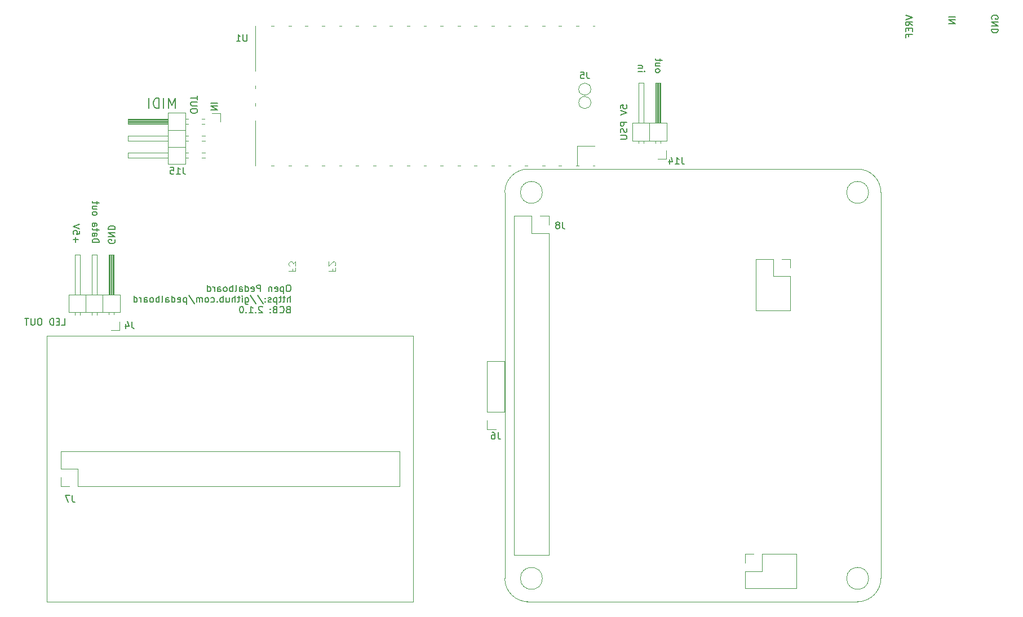
<source format=gbo>
G04 #@! TF.GenerationSoftware,KiCad,Pcbnew,7.0.7-7.0.7~ubuntu23.04.1*
G04 #@! TF.CreationDate,2023-09-10T12:49:34+00:00*
G04 #@! TF.ProjectId,pedalboard-hw,70656461-6c62-46f6-9172-642d68772e6b,2.1.0*
G04 #@! TF.SameCoordinates,Original*
G04 #@! TF.FileFunction,Legend,Bot*
G04 #@! TF.FilePolarity,Positive*
%FSLAX46Y46*%
G04 Gerber Fmt 4.6, Leading zero omitted, Abs format (unit mm)*
G04 Created by KiCad (PCBNEW 7.0.7-7.0.7~ubuntu23.04.1) date 2023-09-10 12:49:34*
%MOMM*%
%LPD*%
G01*
G04 APERTURE LIST*
%ADD10C,0.150000*%
%ADD11C,0.100000*%
%ADD12C,0.120000*%
G04 APERTURE END LIST*
D10*
X56403761Y-70615011D02*
X56451380Y-70710249D01*
X56451380Y-70710249D02*
X56451380Y-70853106D01*
X56451380Y-70853106D02*
X56403761Y-70995963D01*
X56403761Y-70995963D02*
X56308523Y-71091201D01*
X56308523Y-71091201D02*
X56213285Y-71138820D01*
X56213285Y-71138820D02*
X56022809Y-71186439D01*
X56022809Y-71186439D02*
X55879952Y-71186439D01*
X55879952Y-71186439D02*
X55689476Y-71138820D01*
X55689476Y-71138820D02*
X55594238Y-71091201D01*
X55594238Y-71091201D02*
X55499000Y-70995963D01*
X55499000Y-70995963D02*
X55451380Y-70853106D01*
X55451380Y-70853106D02*
X55451380Y-70757868D01*
X55451380Y-70757868D02*
X55499000Y-70615011D01*
X55499000Y-70615011D02*
X55546619Y-70567392D01*
X55546619Y-70567392D02*
X55879952Y-70567392D01*
X55879952Y-70567392D02*
X55879952Y-70757868D01*
X55451380Y-70138820D02*
X56451380Y-70138820D01*
X56451380Y-70138820D02*
X55451380Y-69567392D01*
X55451380Y-69567392D02*
X56451380Y-69567392D01*
X55451380Y-69091201D02*
X56451380Y-69091201D01*
X56451380Y-69091201D02*
X56451380Y-68853106D01*
X56451380Y-68853106D02*
X56403761Y-68710249D01*
X56403761Y-68710249D02*
X56308523Y-68615011D01*
X56308523Y-68615011D02*
X56213285Y-68567392D01*
X56213285Y-68567392D02*
X56022809Y-68519773D01*
X56022809Y-68519773D02*
X55879952Y-68519773D01*
X55879952Y-68519773D02*
X55689476Y-68567392D01*
X55689476Y-68567392D02*
X55594238Y-68615011D01*
X55594238Y-68615011D02*
X55499000Y-68710249D01*
X55499000Y-68710249D02*
X55451380Y-68853106D01*
X55451380Y-68853106D02*
X55451380Y-69091201D01*
X53012980Y-71037220D02*
X54012980Y-71037220D01*
X54012980Y-71037220D02*
X54012980Y-70799125D01*
X54012980Y-70799125D02*
X53965361Y-70656268D01*
X53965361Y-70656268D02*
X53870123Y-70561030D01*
X53870123Y-70561030D02*
X53774885Y-70513411D01*
X53774885Y-70513411D02*
X53584409Y-70465792D01*
X53584409Y-70465792D02*
X53441552Y-70465792D01*
X53441552Y-70465792D02*
X53251076Y-70513411D01*
X53251076Y-70513411D02*
X53155838Y-70561030D01*
X53155838Y-70561030D02*
X53060600Y-70656268D01*
X53060600Y-70656268D02*
X53012980Y-70799125D01*
X53012980Y-70799125D02*
X53012980Y-71037220D01*
X53012980Y-69608649D02*
X53536790Y-69608649D01*
X53536790Y-69608649D02*
X53632028Y-69656268D01*
X53632028Y-69656268D02*
X53679647Y-69751506D01*
X53679647Y-69751506D02*
X53679647Y-69941982D01*
X53679647Y-69941982D02*
X53632028Y-70037220D01*
X53060600Y-69608649D02*
X53012980Y-69703887D01*
X53012980Y-69703887D02*
X53012980Y-69941982D01*
X53012980Y-69941982D02*
X53060600Y-70037220D01*
X53060600Y-70037220D02*
X53155838Y-70084839D01*
X53155838Y-70084839D02*
X53251076Y-70084839D01*
X53251076Y-70084839D02*
X53346314Y-70037220D01*
X53346314Y-70037220D02*
X53393933Y-69941982D01*
X53393933Y-69941982D02*
X53393933Y-69703887D01*
X53393933Y-69703887D02*
X53441552Y-69608649D01*
X53679647Y-69275315D02*
X53679647Y-68894363D01*
X54012980Y-69132458D02*
X53155838Y-69132458D01*
X53155838Y-69132458D02*
X53060600Y-69084839D01*
X53060600Y-69084839D02*
X53012980Y-68989601D01*
X53012980Y-68989601D02*
X53012980Y-68894363D01*
X53012980Y-68132458D02*
X53536790Y-68132458D01*
X53536790Y-68132458D02*
X53632028Y-68180077D01*
X53632028Y-68180077D02*
X53679647Y-68275315D01*
X53679647Y-68275315D02*
X53679647Y-68465791D01*
X53679647Y-68465791D02*
X53632028Y-68561029D01*
X53060600Y-68132458D02*
X53012980Y-68227696D01*
X53012980Y-68227696D02*
X53012980Y-68465791D01*
X53012980Y-68465791D02*
X53060600Y-68561029D01*
X53060600Y-68561029D02*
X53155838Y-68608648D01*
X53155838Y-68608648D02*
X53251076Y-68608648D01*
X53251076Y-68608648D02*
X53346314Y-68561029D01*
X53346314Y-68561029D02*
X53393933Y-68465791D01*
X53393933Y-68465791D02*
X53393933Y-68227696D01*
X53393933Y-68227696D02*
X53441552Y-68132458D01*
X53012980Y-66751505D02*
X53060600Y-66846743D01*
X53060600Y-66846743D02*
X53108219Y-66894362D01*
X53108219Y-66894362D02*
X53203457Y-66941981D01*
X53203457Y-66941981D02*
X53489171Y-66941981D01*
X53489171Y-66941981D02*
X53584409Y-66894362D01*
X53584409Y-66894362D02*
X53632028Y-66846743D01*
X53632028Y-66846743D02*
X53679647Y-66751505D01*
X53679647Y-66751505D02*
X53679647Y-66608648D01*
X53679647Y-66608648D02*
X53632028Y-66513410D01*
X53632028Y-66513410D02*
X53584409Y-66465791D01*
X53584409Y-66465791D02*
X53489171Y-66418172D01*
X53489171Y-66418172D02*
X53203457Y-66418172D01*
X53203457Y-66418172D02*
X53108219Y-66465791D01*
X53108219Y-66465791D02*
X53060600Y-66513410D01*
X53060600Y-66513410D02*
X53012980Y-66608648D01*
X53012980Y-66608648D02*
X53012980Y-66751505D01*
X53679647Y-65561029D02*
X53012980Y-65561029D01*
X53679647Y-65989600D02*
X53155838Y-65989600D01*
X53155838Y-65989600D02*
X53060600Y-65941981D01*
X53060600Y-65941981D02*
X53012980Y-65846743D01*
X53012980Y-65846743D02*
X53012980Y-65703886D01*
X53012980Y-65703886D02*
X53060600Y-65608648D01*
X53060600Y-65608648D02*
X53108219Y-65561029D01*
X53679647Y-65227695D02*
X53679647Y-64846743D01*
X54012980Y-65084838D02*
X53155838Y-65084838D01*
X53155838Y-65084838D02*
X53060600Y-65037219D01*
X53060600Y-65037219D02*
X53012980Y-64941981D01*
X53012980Y-64941981D02*
X53012980Y-64846743D01*
X71802619Y-50069979D02*
X70802619Y-50069979D01*
X71802619Y-50546169D02*
X70802619Y-50546169D01*
X70802619Y-50546169D02*
X71802619Y-51117597D01*
X71802619Y-51117597D02*
X70802619Y-51117597D01*
X188147438Y-37436588D02*
X188099819Y-37341350D01*
X188099819Y-37341350D02*
X188099819Y-37198493D01*
X188099819Y-37198493D02*
X188147438Y-37055636D01*
X188147438Y-37055636D02*
X188242676Y-36960398D01*
X188242676Y-36960398D02*
X188337914Y-36912779D01*
X188337914Y-36912779D02*
X188528390Y-36865160D01*
X188528390Y-36865160D02*
X188671247Y-36865160D01*
X188671247Y-36865160D02*
X188861723Y-36912779D01*
X188861723Y-36912779D02*
X188956961Y-36960398D01*
X188956961Y-36960398D02*
X189052200Y-37055636D01*
X189052200Y-37055636D02*
X189099819Y-37198493D01*
X189099819Y-37198493D02*
X189099819Y-37293731D01*
X189099819Y-37293731D02*
X189052200Y-37436588D01*
X189052200Y-37436588D02*
X189004580Y-37484207D01*
X189004580Y-37484207D02*
X188671247Y-37484207D01*
X188671247Y-37484207D02*
X188671247Y-37293731D01*
X189099819Y-37912779D02*
X188099819Y-37912779D01*
X188099819Y-37912779D02*
X189099819Y-38484207D01*
X189099819Y-38484207D02*
X188099819Y-38484207D01*
X189099819Y-38960398D02*
X188099819Y-38960398D01*
X188099819Y-38960398D02*
X188099819Y-39198493D01*
X188099819Y-39198493D02*
X188147438Y-39341350D01*
X188147438Y-39341350D02*
X188242676Y-39436588D01*
X188242676Y-39436588D02*
X188337914Y-39484207D01*
X188337914Y-39484207D02*
X188528390Y-39531826D01*
X188528390Y-39531826D02*
X188671247Y-39531826D01*
X188671247Y-39531826D02*
X188861723Y-39484207D01*
X188861723Y-39484207D02*
X188956961Y-39436588D01*
X188956961Y-39436588D02*
X189052200Y-39341350D01*
X189052200Y-39341350D02*
X189099819Y-39198493D01*
X189099819Y-39198493D02*
X189099819Y-38960398D01*
X132329819Y-50872969D02*
X132329819Y-50396779D01*
X132329819Y-50396779D02*
X132806009Y-50349160D01*
X132806009Y-50349160D02*
X132758390Y-50396779D01*
X132758390Y-50396779D02*
X132710771Y-50492017D01*
X132710771Y-50492017D02*
X132710771Y-50730112D01*
X132710771Y-50730112D02*
X132758390Y-50825350D01*
X132758390Y-50825350D02*
X132806009Y-50872969D01*
X132806009Y-50872969D02*
X132901247Y-50920588D01*
X132901247Y-50920588D02*
X133139342Y-50920588D01*
X133139342Y-50920588D02*
X133234580Y-50872969D01*
X133234580Y-50872969D02*
X133282200Y-50825350D01*
X133282200Y-50825350D02*
X133329819Y-50730112D01*
X133329819Y-50730112D02*
X133329819Y-50492017D01*
X133329819Y-50492017D02*
X133282200Y-50396779D01*
X133282200Y-50396779D02*
X133234580Y-50349160D01*
X132329819Y-51206303D02*
X133329819Y-51539636D01*
X133329819Y-51539636D02*
X132329819Y-51872969D01*
X133329819Y-52968208D02*
X132329819Y-52968208D01*
X132329819Y-52968208D02*
X132329819Y-53349160D01*
X132329819Y-53349160D02*
X132377438Y-53444398D01*
X132377438Y-53444398D02*
X132425057Y-53492017D01*
X132425057Y-53492017D02*
X132520295Y-53539636D01*
X132520295Y-53539636D02*
X132663152Y-53539636D01*
X132663152Y-53539636D02*
X132758390Y-53492017D01*
X132758390Y-53492017D02*
X132806009Y-53444398D01*
X132806009Y-53444398D02*
X132853628Y-53349160D01*
X132853628Y-53349160D02*
X132853628Y-52968208D01*
X133282200Y-53920589D02*
X133329819Y-54063446D01*
X133329819Y-54063446D02*
X133329819Y-54301541D01*
X133329819Y-54301541D02*
X133282200Y-54396779D01*
X133282200Y-54396779D02*
X133234580Y-54444398D01*
X133234580Y-54444398D02*
X133139342Y-54492017D01*
X133139342Y-54492017D02*
X133044104Y-54492017D01*
X133044104Y-54492017D02*
X132948866Y-54444398D01*
X132948866Y-54444398D02*
X132901247Y-54396779D01*
X132901247Y-54396779D02*
X132853628Y-54301541D01*
X132853628Y-54301541D02*
X132806009Y-54111065D01*
X132806009Y-54111065D02*
X132758390Y-54015827D01*
X132758390Y-54015827D02*
X132710771Y-53968208D01*
X132710771Y-53968208D02*
X132615533Y-53920589D01*
X132615533Y-53920589D02*
X132520295Y-53920589D01*
X132520295Y-53920589D02*
X132425057Y-53968208D01*
X132425057Y-53968208D02*
X132377438Y-54015827D01*
X132377438Y-54015827D02*
X132329819Y-54111065D01*
X132329819Y-54111065D02*
X132329819Y-54349160D01*
X132329819Y-54349160D02*
X132377438Y-54492017D01*
X132329819Y-54920589D02*
X133139342Y-54920589D01*
X133139342Y-54920589D02*
X133234580Y-54968208D01*
X133234580Y-54968208D02*
X133282200Y-55015827D01*
X133282200Y-55015827D02*
X133329819Y-55111065D01*
X133329819Y-55111065D02*
X133329819Y-55301541D01*
X133329819Y-55301541D02*
X133282200Y-55396779D01*
X133282200Y-55396779D02*
X133234580Y-55444398D01*
X133234580Y-55444398D02*
X133139342Y-55492017D01*
X133139342Y-55492017D02*
X132329819Y-55492017D01*
X82572744Y-77399819D02*
X82382268Y-77399819D01*
X82382268Y-77399819D02*
X82287030Y-77447438D01*
X82287030Y-77447438D02*
X82191792Y-77542676D01*
X82191792Y-77542676D02*
X82144173Y-77733152D01*
X82144173Y-77733152D02*
X82144173Y-78066485D01*
X82144173Y-78066485D02*
X82191792Y-78256961D01*
X82191792Y-78256961D02*
X82287030Y-78352200D01*
X82287030Y-78352200D02*
X82382268Y-78399819D01*
X82382268Y-78399819D02*
X82572744Y-78399819D01*
X82572744Y-78399819D02*
X82667982Y-78352200D01*
X82667982Y-78352200D02*
X82763220Y-78256961D01*
X82763220Y-78256961D02*
X82810839Y-78066485D01*
X82810839Y-78066485D02*
X82810839Y-77733152D01*
X82810839Y-77733152D02*
X82763220Y-77542676D01*
X82763220Y-77542676D02*
X82667982Y-77447438D01*
X82667982Y-77447438D02*
X82572744Y-77399819D01*
X81715601Y-77733152D02*
X81715601Y-78733152D01*
X81715601Y-77780771D02*
X81620363Y-77733152D01*
X81620363Y-77733152D02*
X81429887Y-77733152D01*
X81429887Y-77733152D02*
X81334649Y-77780771D01*
X81334649Y-77780771D02*
X81287030Y-77828390D01*
X81287030Y-77828390D02*
X81239411Y-77923628D01*
X81239411Y-77923628D02*
X81239411Y-78209342D01*
X81239411Y-78209342D02*
X81287030Y-78304580D01*
X81287030Y-78304580D02*
X81334649Y-78352200D01*
X81334649Y-78352200D02*
X81429887Y-78399819D01*
X81429887Y-78399819D02*
X81620363Y-78399819D01*
X81620363Y-78399819D02*
X81715601Y-78352200D01*
X80429887Y-78352200D02*
X80525125Y-78399819D01*
X80525125Y-78399819D02*
X80715601Y-78399819D01*
X80715601Y-78399819D02*
X80810839Y-78352200D01*
X80810839Y-78352200D02*
X80858458Y-78256961D01*
X80858458Y-78256961D02*
X80858458Y-77876009D01*
X80858458Y-77876009D02*
X80810839Y-77780771D01*
X80810839Y-77780771D02*
X80715601Y-77733152D01*
X80715601Y-77733152D02*
X80525125Y-77733152D01*
X80525125Y-77733152D02*
X80429887Y-77780771D01*
X80429887Y-77780771D02*
X80382268Y-77876009D01*
X80382268Y-77876009D02*
X80382268Y-77971247D01*
X80382268Y-77971247D02*
X80858458Y-78066485D01*
X79953696Y-77733152D02*
X79953696Y-78399819D01*
X79953696Y-77828390D02*
X79906077Y-77780771D01*
X79906077Y-77780771D02*
X79810839Y-77733152D01*
X79810839Y-77733152D02*
X79667982Y-77733152D01*
X79667982Y-77733152D02*
X79572744Y-77780771D01*
X79572744Y-77780771D02*
X79525125Y-77876009D01*
X79525125Y-77876009D02*
X79525125Y-78399819D01*
X78287029Y-78399819D02*
X78287029Y-77399819D01*
X78287029Y-77399819D02*
X77906077Y-77399819D01*
X77906077Y-77399819D02*
X77810839Y-77447438D01*
X77810839Y-77447438D02*
X77763220Y-77495057D01*
X77763220Y-77495057D02*
X77715601Y-77590295D01*
X77715601Y-77590295D02*
X77715601Y-77733152D01*
X77715601Y-77733152D02*
X77763220Y-77828390D01*
X77763220Y-77828390D02*
X77810839Y-77876009D01*
X77810839Y-77876009D02*
X77906077Y-77923628D01*
X77906077Y-77923628D02*
X78287029Y-77923628D01*
X76906077Y-78352200D02*
X77001315Y-78399819D01*
X77001315Y-78399819D02*
X77191791Y-78399819D01*
X77191791Y-78399819D02*
X77287029Y-78352200D01*
X77287029Y-78352200D02*
X77334648Y-78256961D01*
X77334648Y-78256961D02*
X77334648Y-77876009D01*
X77334648Y-77876009D02*
X77287029Y-77780771D01*
X77287029Y-77780771D02*
X77191791Y-77733152D01*
X77191791Y-77733152D02*
X77001315Y-77733152D01*
X77001315Y-77733152D02*
X76906077Y-77780771D01*
X76906077Y-77780771D02*
X76858458Y-77876009D01*
X76858458Y-77876009D02*
X76858458Y-77971247D01*
X76858458Y-77971247D02*
X77334648Y-78066485D01*
X76001315Y-78399819D02*
X76001315Y-77399819D01*
X76001315Y-78352200D02*
X76096553Y-78399819D01*
X76096553Y-78399819D02*
X76287029Y-78399819D01*
X76287029Y-78399819D02*
X76382267Y-78352200D01*
X76382267Y-78352200D02*
X76429886Y-78304580D01*
X76429886Y-78304580D02*
X76477505Y-78209342D01*
X76477505Y-78209342D02*
X76477505Y-77923628D01*
X76477505Y-77923628D02*
X76429886Y-77828390D01*
X76429886Y-77828390D02*
X76382267Y-77780771D01*
X76382267Y-77780771D02*
X76287029Y-77733152D01*
X76287029Y-77733152D02*
X76096553Y-77733152D01*
X76096553Y-77733152D02*
X76001315Y-77780771D01*
X75096553Y-78399819D02*
X75096553Y-77876009D01*
X75096553Y-77876009D02*
X75144172Y-77780771D01*
X75144172Y-77780771D02*
X75239410Y-77733152D01*
X75239410Y-77733152D02*
X75429886Y-77733152D01*
X75429886Y-77733152D02*
X75525124Y-77780771D01*
X75096553Y-78352200D02*
X75191791Y-78399819D01*
X75191791Y-78399819D02*
X75429886Y-78399819D01*
X75429886Y-78399819D02*
X75525124Y-78352200D01*
X75525124Y-78352200D02*
X75572743Y-78256961D01*
X75572743Y-78256961D02*
X75572743Y-78161723D01*
X75572743Y-78161723D02*
X75525124Y-78066485D01*
X75525124Y-78066485D02*
X75429886Y-78018866D01*
X75429886Y-78018866D02*
X75191791Y-78018866D01*
X75191791Y-78018866D02*
X75096553Y-77971247D01*
X74477505Y-78399819D02*
X74572743Y-78352200D01*
X74572743Y-78352200D02*
X74620362Y-78256961D01*
X74620362Y-78256961D02*
X74620362Y-77399819D01*
X74096552Y-78399819D02*
X74096552Y-77399819D01*
X74096552Y-77780771D02*
X74001314Y-77733152D01*
X74001314Y-77733152D02*
X73810838Y-77733152D01*
X73810838Y-77733152D02*
X73715600Y-77780771D01*
X73715600Y-77780771D02*
X73667981Y-77828390D01*
X73667981Y-77828390D02*
X73620362Y-77923628D01*
X73620362Y-77923628D02*
X73620362Y-78209342D01*
X73620362Y-78209342D02*
X73667981Y-78304580D01*
X73667981Y-78304580D02*
X73715600Y-78352200D01*
X73715600Y-78352200D02*
X73810838Y-78399819D01*
X73810838Y-78399819D02*
X74001314Y-78399819D01*
X74001314Y-78399819D02*
X74096552Y-78352200D01*
X73048933Y-78399819D02*
X73144171Y-78352200D01*
X73144171Y-78352200D02*
X73191790Y-78304580D01*
X73191790Y-78304580D02*
X73239409Y-78209342D01*
X73239409Y-78209342D02*
X73239409Y-77923628D01*
X73239409Y-77923628D02*
X73191790Y-77828390D01*
X73191790Y-77828390D02*
X73144171Y-77780771D01*
X73144171Y-77780771D02*
X73048933Y-77733152D01*
X73048933Y-77733152D02*
X72906076Y-77733152D01*
X72906076Y-77733152D02*
X72810838Y-77780771D01*
X72810838Y-77780771D02*
X72763219Y-77828390D01*
X72763219Y-77828390D02*
X72715600Y-77923628D01*
X72715600Y-77923628D02*
X72715600Y-78209342D01*
X72715600Y-78209342D02*
X72763219Y-78304580D01*
X72763219Y-78304580D02*
X72810838Y-78352200D01*
X72810838Y-78352200D02*
X72906076Y-78399819D01*
X72906076Y-78399819D02*
X73048933Y-78399819D01*
X71858457Y-78399819D02*
X71858457Y-77876009D01*
X71858457Y-77876009D02*
X71906076Y-77780771D01*
X71906076Y-77780771D02*
X72001314Y-77733152D01*
X72001314Y-77733152D02*
X72191790Y-77733152D01*
X72191790Y-77733152D02*
X72287028Y-77780771D01*
X71858457Y-78352200D02*
X71953695Y-78399819D01*
X71953695Y-78399819D02*
X72191790Y-78399819D01*
X72191790Y-78399819D02*
X72287028Y-78352200D01*
X72287028Y-78352200D02*
X72334647Y-78256961D01*
X72334647Y-78256961D02*
X72334647Y-78161723D01*
X72334647Y-78161723D02*
X72287028Y-78066485D01*
X72287028Y-78066485D02*
X72191790Y-78018866D01*
X72191790Y-78018866D02*
X71953695Y-78018866D01*
X71953695Y-78018866D02*
X71858457Y-77971247D01*
X71382266Y-78399819D02*
X71382266Y-77733152D01*
X71382266Y-77923628D02*
X71334647Y-77828390D01*
X71334647Y-77828390D02*
X71287028Y-77780771D01*
X71287028Y-77780771D02*
X71191790Y-77733152D01*
X71191790Y-77733152D02*
X71096552Y-77733152D01*
X70334647Y-78399819D02*
X70334647Y-77399819D01*
X70334647Y-78352200D02*
X70429885Y-78399819D01*
X70429885Y-78399819D02*
X70620361Y-78399819D01*
X70620361Y-78399819D02*
X70715599Y-78352200D01*
X70715599Y-78352200D02*
X70763218Y-78304580D01*
X70763218Y-78304580D02*
X70810837Y-78209342D01*
X70810837Y-78209342D02*
X70810837Y-77923628D01*
X70810837Y-77923628D02*
X70763218Y-77828390D01*
X70763218Y-77828390D02*
X70715599Y-77780771D01*
X70715599Y-77780771D02*
X70620361Y-77733152D01*
X70620361Y-77733152D02*
X70429885Y-77733152D01*
X70429885Y-77733152D02*
X70334647Y-77780771D01*
X82763220Y-80009819D02*
X82763220Y-79009819D01*
X82334649Y-80009819D02*
X82334649Y-79486009D01*
X82334649Y-79486009D02*
X82382268Y-79390771D01*
X82382268Y-79390771D02*
X82477506Y-79343152D01*
X82477506Y-79343152D02*
X82620363Y-79343152D01*
X82620363Y-79343152D02*
X82715601Y-79390771D01*
X82715601Y-79390771D02*
X82763220Y-79438390D01*
X82001315Y-79343152D02*
X81620363Y-79343152D01*
X81858458Y-79009819D02*
X81858458Y-79866961D01*
X81858458Y-79866961D02*
X81810839Y-79962200D01*
X81810839Y-79962200D02*
X81715601Y-80009819D01*
X81715601Y-80009819D02*
X81620363Y-80009819D01*
X81429886Y-79343152D02*
X81048934Y-79343152D01*
X81287029Y-79009819D02*
X81287029Y-79866961D01*
X81287029Y-79866961D02*
X81239410Y-79962200D01*
X81239410Y-79962200D02*
X81144172Y-80009819D01*
X81144172Y-80009819D02*
X81048934Y-80009819D01*
X80715600Y-79343152D02*
X80715600Y-80343152D01*
X80715600Y-79390771D02*
X80620362Y-79343152D01*
X80620362Y-79343152D02*
X80429886Y-79343152D01*
X80429886Y-79343152D02*
X80334648Y-79390771D01*
X80334648Y-79390771D02*
X80287029Y-79438390D01*
X80287029Y-79438390D02*
X80239410Y-79533628D01*
X80239410Y-79533628D02*
X80239410Y-79819342D01*
X80239410Y-79819342D02*
X80287029Y-79914580D01*
X80287029Y-79914580D02*
X80334648Y-79962200D01*
X80334648Y-79962200D02*
X80429886Y-80009819D01*
X80429886Y-80009819D02*
X80620362Y-80009819D01*
X80620362Y-80009819D02*
X80715600Y-79962200D01*
X79858457Y-79962200D02*
X79763219Y-80009819D01*
X79763219Y-80009819D02*
X79572743Y-80009819D01*
X79572743Y-80009819D02*
X79477505Y-79962200D01*
X79477505Y-79962200D02*
X79429886Y-79866961D01*
X79429886Y-79866961D02*
X79429886Y-79819342D01*
X79429886Y-79819342D02*
X79477505Y-79724104D01*
X79477505Y-79724104D02*
X79572743Y-79676485D01*
X79572743Y-79676485D02*
X79715600Y-79676485D01*
X79715600Y-79676485D02*
X79810838Y-79628866D01*
X79810838Y-79628866D02*
X79858457Y-79533628D01*
X79858457Y-79533628D02*
X79858457Y-79486009D01*
X79858457Y-79486009D02*
X79810838Y-79390771D01*
X79810838Y-79390771D02*
X79715600Y-79343152D01*
X79715600Y-79343152D02*
X79572743Y-79343152D01*
X79572743Y-79343152D02*
X79477505Y-79390771D01*
X79001314Y-79914580D02*
X78953695Y-79962200D01*
X78953695Y-79962200D02*
X79001314Y-80009819D01*
X79001314Y-80009819D02*
X79048933Y-79962200D01*
X79048933Y-79962200D02*
X79001314Y-79914580D01*
X79001314Y-79914580D02*
X79001314Y-80009819D01*
X79001314Y-79390771D02*
X78953695Y-79438390D01*
X78953695Y-79438390D02*
X79001314Y-79486009D01*
X79001314Y-79486009D02*
X79048933Y-79438390D01*
X79048933Y-79438390D02*
X79001314Y-79390771D01*
X79001314Y-79390771D02*
X79001314Y-79486009D01*
X77810839Y-78962200D02*
X78667981Y-80247914D01*
X76763220Y-78962200D02*
X77620362Y-80247914D01*
X76001315Y-79343152D02*
X76001315Y-80152676D01*
X76001315Y-80152676D02*
X76048934Y-80247914D01*
X76048934Y-80247914D02*
X76096553Y-80295533D01*
X76096553Y-80295533D02*
X76191791Y-80343152D01*
X76191791Y-80343152D02*
X76334648Y-80343152D01*
X76334648Y-80343152D02*
X76429886Y-80295533D01*
X76001315Y-79962200D02*
X76096553Y-80009819D01*
X76096553Y-80009819D02*
X76287029Y-80009819D01*
X76287029Y-80009819D02*
X76382267Y-79962200D01*
X76382267Y-79962200D02*
X76429886Y-79914580D01*
X76429886Y-79914580D02*
X76477505Y-79819342D01*
X76477505Y-79819342D02*
X76477505Y-79533628D01*
X76477505Y-79533628D02*
X76429886Y-79438390D01*
X76429886Y-79438390D02*
X76382267Y-79390771D01*
X76382267Y-79390771D02*
X76287029Y-79343152D01*
X76287029Y-79343152D02*
X76096553Y-79343152D01*
X76096553Y-79343152D02*
X76001315Y-79390771D01*
X75525124Y-80009819D02*
X75525124Y-79343152D01*
X75525124Y-79009819D02*
X75572743Y-79057438D01*
X75572743Y-79057438D02*
X75525124Y-79105057D01*
X75525124Y-79105057D02*
X75477505Y-79057438D01*
X75477505Y-79057438D02*
X75525124Y-79009819D01*
X75525124Y-79009819D02*
X75525124Y-79105057D01*
X75191791Y-79343152D02*
X74810839Y-79343152D01*
X75048934Y-79009819D02*
X75048934Y-79866961D01*
X75048934Y-79866961D02*
X75001315Y-79962200D01*
X75001315Y-79962200D02*
X74906077Y-80009819D01*
X74906077Y-80009819D02*
X74810839Y-80009819D01*
X74477505Y-80009819D02*
X74477505Y-79009819D01*
X74048934Y-80009819D02*
X74048934Y-79486009D01*
X74048934Y-79486009D02*
X74096553Y-79390771D01*
X74096553Y-79390771D02*
X74191791Y-79343152D01*
X74191791Y-79343152D02*
X74334648Y-79343152D01*
X74334648Y-79343152D02*
X74429886Y-79390771D01*
X74429886Y-79390771D02*
X74477505Y-79438390D01*
X73144172Y-79343152D02*
X73144172Y-80009819D01*
X73572743Y-79343152D02*
X73572743Y-79866961D01*
X73572743Y-79866961D02*
X73525124Y-79962200D01*
X73525124Y-79962200D02*
X73429886Y-80009819D01*
X73429886Y-80009819D02*
X73287029Y-80009819D01*
X73287029Y-80009819D02*
X73191791Y-79962200D01*
X73191791Y-79962200D02*
X73144172Y-79914580D01*
X72667981Y-80009819D02*
X72667981Y-79009819D01*
X72667981Y-79390771D02*
X72572743Y-79343152D01*
X72572743Y-79343152D02*
X72382267Y-79343152D01*
X72382267Y-79343152D02*
X72287029Y-79390771D01*
X72287029Y-79390771D02*
X72239410Y-79438390D01*
X72239410Y-79438390D02*
X72191791Y-79533628D01*
X72191791Y-79533628D02*
X72191791Y-79819342D01*
X72191791Y-79819342D02*
X72239410Y-79914580D01*
X72239410Y-79914580D02*
X72287029Y-79962200D01*
X72287029Y-79962200D02*
X72382267Y-80009819D01*
X72382267Y-80009819D02*
X72572743Y-80009819D01*
X72572743Y-80009819D02*
X72667981Y-79962200D01*
X71763219Y-79914580D02*
X71715600Y-79962200D01*
X71715600Y-79962200D02*
X71763219Y-80009819D01*
X71763219Y-80009819D02*
X71810838Y-79962200D01*
X71810838Y-79962200D02*
X71763219Y-79914580D01*
X71763219Y-79914580D02*
X71763219Y-80009819D01*
X70858458Y-79962200D02*
X70953696Y-80009819D01*
X70953696Y-80009819D02*
X71144172Y-80009819D01*
X71144172Y-80009819D02*
X71239410Y-79962200D01*
X71239410Y-79962200D02*
X71287029Y-79914580D01*
X71287029Y-79914580D02*
X71334648Y-79819342D01*
X71334648Y-79819342D02*
X71334648Y-79533628D01*
X71334648Y-79533628D02*
X71287029Y-79438390D01*
X71287029Y-79438390D02*
X71239410Y-79390771D01*
X71239410Y-79390771D02*
X71144172Y-79343152D01*
X71144172Y-79343152D02*
X70953696Y-79343152D01*
X70953696Y-79343152D02*
X70858458Y-79390771D01*
X70287029Y-80009819D02*
X70382267Y-79962200D01*
X70382267Y-79962200D02*
X70429886Y-79914580D01*
X70429886Y-79914580D02*
X70477505Y-79819342D01*
X70477505Y-79819342D02*
X70477505Y-79533628D01*
X70477505Y-79533628D02*
X70429886Y-79438390D01*
X70429886Y-79438390D02*
X70382267Y-79390771D01*
X70382267Y-79390771D02*
X70287029Y-79343152D01*
X70287029Y-79343152D02*
X70144172Y-79343152D01*
X70144172Y-79343152D02*
X70048934Y-79390771D01*
X70048934Y-79390771D02*
X70001315Y-79438390D01*
X70001315Y-79438390D02*
X69953696Y-79533628D01*
X69953696Y-79533628D02*
X69953696Y-79819342D01*
X69953696Y-79819342D02*
X70001315Y-79914580D01*
X70001315Y-79914580D02*
X70048934Y-79962200D01*
X70048934Y-79962200D02*
X70144172Y-80009819D01*
X70144172Y-80009819D02*
X70287029Y-80009819D01*
X69525124Y-80009819D02*
X69525124Y-79343152D01*
X69525124Y-79438390D02*
X69477505Y-79390771D01*
X69477505Y-79390771D02*
X69382267Y-79343152D01*
X69382267Y-79343152D02*
X69239410Y-79343152D01*
X69239410Y-79343152D02*
X69144172Y-79390771D01*
X69144172Y-79390771D02*
X69096553Y-79486009D01*
X69096553Y-79486009D02*
X69096553Y-80009819D01*
X69096553Y-79486009D02*
X69048934Y-79390771D01*
X69048934Y-79390771D02*
X68953696Y-79343152D01*
X68953696Y-79343152D02*
X68810839Y-79343152D01*
X68810839Y-79343152D02*
X68715600Y-79390771D01*
X68715600Y-79390771D02*
X68667981Y-79486009D01*
X68667981Y-79486009D02*
X68667981Y-80009819D01*
X67477506Y-78962200D02*
X68334648Y-80247914D01*
X67144172Y-79343152D02*
X67144172Y-80343152D01*
X67144172Y-79390771D02*
X67048934Y-79343152D01*
X67048934Y-79343152D02*
X66858458Y-79343152D01*
X66858458Y-79343152D02*
X66763220Y-79390771D01*
X66763220Y-79390771D02*
X66715601Y-79438390D01*
X66715601Y-79438390D02*
X66667982Y-79533628D01*
X66667982Y-79533628D02*
X66667982Y-79819342D01*
X66667982Y-79819342D02*
X66715601Y-79914580D01*
X66715601Y-79914580D02*
X66763220Y-79962200D01*
X66763220Y-79962200D02*
X66858458Y-80009819D01*
X66858458Y-80009819D02*
X67048934Y-80009819D01*
X67048934Y-80009819D02*
X67144172Y-79962200D01*
X65858458Y-79962200D02*
X65953696Y-80009819D01*
X65953696Y-80009819D02*
X66144172Y-80009819D01*
X66144172Y-80009819D02*
X66239410Y-79962200D01*
X66239410Y-79962200D02*
X66287029Y-79866961D01*
X66287029Y-79866961D02*
X66287029Y-79486009D01*
X66287029Y-79486009D02*
X66239410Y-79390771D01*
X66239410Y-79390771D02*
X66144172Y-79343152D01*
X66144172Y-79343152D02*
X65953696Y-79343152D01*
X65953696Y-79343152D02*
X65858458Y-79390771D01*
X65858458Y-79390771D02*
X65810839Y-79486009D01*
X65810839Y-79486009D02*
X65810839Y-79581247D01*
X65810839Y-79581247D02*
X66287029Y-79676485D01*
X64953696Y-80009819D02*
X64953696Y-79009819D01*
X64953696Y-79962200D02*
X65048934Y-80009819D01*
X65048934Y-80009819D02*
X65239410Y-80009819D01*
X65239410Y-80009819D02*
X65334648Y-79962200D01*
X65334648Y-79962200D02*
X65382267Y-79914580D01*
X65382267Y-79914580D02*
X65429886Y-79819342D01*
X65429886Y-79819342D02*
X65429886Y-79533628D01*
X65429886Y-79533628D02*
X65382267Y-79438390D01*
X65382267Y-79438390D02*
X65334648Y-79390771D01*
X65334648Y-79390771D02*
X65239410Y-79343152D01*
X65239410Y-79343152D02*
X65048934Y-79343152D01*
X65048934Y-79343152D02*
X64953696Y-79390771D01*
X64048934Y-80009819D02*
X64048934Y-79486009D01*
X64048934Y-79486009D02*
X64096553Y-79390771D01*
X64096553Y-79390771D02*
X64191791Y-79343152D01*
X64191791Y-79343152D02*
X64382267Y-79343152D01*
X64382267Y-79343152D02*
X64477505Y-79390771D01*
X64048934Y-79962200D02*
X64144172Y-80009819D01*
X64144172Y-80009819D02*
X64382267Y-80009819D01*
X64382267Y-80009819D02*
X64477505Y-79962200D01*
X64477505Y-79962200D02*
X64525124Y-79866961D01*
X64525124Y-79866961D02*
X64525124Y-79771723D01*
X64525124Y-79771723D02*
X64477505Y-79676485D01*
X64477505Y-79676485D02*
X64382267Y-79628866D01*
X64382267Y-79628866D02*
X64144172Y-79628866D01*
X64144172Y-79628866D02*
X64048934Y-79581247D01*
X63429886Y-80009819D02*
X63525124Y-79962200D01*
X63525124Y-79962200D02*
X63572743Y-79866961D01*
X63572743Y-79866961D02*
X63572743Y-79009819D01*
X63048933Y-80009819D02*
X63048933Y-79009819D01*
X63048933Y-79390771D02*
X62953695Y-79343152D01*
X62953695Y-79343152D02*
X62763219Y-79343152D01*
X62763219Y-79343152D02*
X62667981Y-79390771D01*
X62667981Y-79390771D02*
X62620362Y-79438390D01*
X62620362Y-79438390D02*
X62572743Y-79533628D01*
X62572743Y-79533628D02*
X62572743Y-79819342D01*
X62572743Y-79819342D02*
X62620362Y-79914580D01*
X62620362Y-79914580D02*
X62667981Y-79962200D01*
X62667981Y-79962200D02*
X62763219Y-80009819D01*
X62763219Y-80009819D02*
X62953695Y-80009819D01*
X62953695Y-80009819D02*
X63048933Y-79962200D01*
X62001314Y-80009819D02*
X62096552Y-79962200D01*
X62096552Y-79962200D02*
X62144171Y-79914580D01*
X62144171Y-79914580D02*
X62191790Y-79819342D01*
X62191790Y-79819342D02*
X62191790Y-79533628D01*
X62191790Y-79533628D02*
X62144171Y-79438390D01*
X62144171Y-79438390D02*
X62096552Y-79390771D01*
X62096552Y-79390771D02*
X62001314Y-79343152D01*
X62001314Y-79343152D02*
X61858457Y-79343152D01*
X61858457Y-79343152D02*
X61763219Y-79390771D01*
X61763219Y-79390771D02*
X61715600Y-79438390D01*
X61715600Y-79438390D02*
X61667981Y-79533628D01*
X61667981Y-79533628D02*
X61667981Y-79819342D01*
X61667981Y-79819342D02*
X61715600Y-79914580D01*
X61715600Y-79914580D02*
X61763219Y-79962200D01*
X61763219Y-79962200D02*
X61858457Y-80009819D01*
X61858457Y-80009819D02*
X62001314Y-80009819D01*
X60810838Y-80009819D02*
X60810838Y-79486009D01*
X60810838Y-79486009D02*
X60858457Y-79390771D01*
X60858457Y-79390771D02*
X60953695Y-79343152D01*
X60953695Y-79343152D02*
X61144171Y-79343152D01*
X61144171Y-79343152D02*
X61239409Y-79390771D01*
X60810838Y-79962200D02*
X60906076Y-80009819D01*
X60906076Y-80009819D02*
X61144171Y-80009819D01*
X61144171Y-80009819D02*
X61239409Y-79962200D01*
X61239409Y-79962200D02*
X61287028Y-79866961D01*
X61287028Y-79866961D02*
X61287028Y-79771723D01*
X61287028Y-79771723D02*
X61239409Y-79676485D01*
X61239409Y-79676485D02*
X61144171Y-79628866D01*
X61144171Y-79628866D02*
X60906076Y-79628866D01*
X60906076Y-79628866D02*
X60810838Y-79581247D01*
X60334647Y-80009819D02*
X60334647Y-79343152D01*
X60334647Y-79533628D02*
X60287028Y-79438390D01*
X60287028Y-79438390D02*
X60239409Y-79390771D01*
X60239409Y-79390771D02*
X60144171Y-79343152D01*
X60144171Y-79343152D02*
X60048933Y-79343152D01*
X59287028Y-80009819D02*
X59287028Y-79009819D01*
X59287028Y-79962200D02*
X59382266Y-80009819D01*
X59382266Y-80009819D02*
X59572742Y-80009819D01*
X59572742Y-80009819D02*
X59667980Y-79962200D01*
X59667980Y-79962200D02*
X59715599Y-79914580D01*
X59715599Y-79914580D02*
X59763218Y-79819342D01*
X59763218Y-79819342D02*
X59763218Y-79533628D01*
X59763218Y-79533628D02*
X59715599Y-79438390D01*
X59715599Y-79438390D02*
X59667980Y-79390771D01*
X59667980Y-79390771D02*
X59572742Y-79343152D01*
X59572742Y-79343152D02*
X59382266Y-79343152D01*
X59382266Y-79343152D02*
X59287028Y-79390771D01*
X82429887Y-81096009D02*
X82287030Y-81143628D01*
X82287030Y-81143628D02*
X82239411Y-81191247D01*
X82239411Y-81191247D02*
X82191792Y-81286485D01*
X82191792Y-81286485D02*
X82191792Y-81429342D01*
X82191792Y-81429342D02*
X82239411Y-81524580D01*
X82239411Y-81524580D02*
X82287030Y-81572200D01*
X82287030Y-81572200D02*
X82382268Y-81619819D01*
X82382268Y-81619819D02*
X82763220Y-81619819D01*
X82763220Y-81619819D02*
X82763220Y-80619819D01*
X82763220Y-80619819D02*
X82429887Y-80619819D01*
X82429887Y-80619819D02*
X82334649Y-80667438D01*
X82334649Y-80667438D02*
X82287030Y-80715057D01*
X82287030Y-80715057D02*
X82239411Y-80810295D01*
X82239411Y-80810295D02*
X82239411Y-80905533D01*
X82239411Y-80905533D02*
X82287030Y-81000771D01*
X82287030Y-81000771D02*
X82334649Y-81048390D01*
X82334649Y-81048390D02*
X82429887Y-81096009D01*
X82429887Y-81096009D02*
X82763220Y-81096009D01*
X81191792Y-81524580D02*
X81239411Y-81572200D01*
X81239411Y-81572200D02*
X81382268Y-81619819D01*
X81382268Y-81619819D02*
X81477506Y-81619819D01*
X81477506Y-81619819D02*
X81620363Y-81572200D01*
X81620363Y-81572200D02*
X81715601Y-81476961D01*
X81715601Y-81476961D02*
X81763220Y-81381723D01*
X81763220Y-81381723D02*
X81810839Y-81191247D01*
X81810839Y-81191247D02*
X81810839Y-81048390D01*
X81810839Y-81048390D02*
X81763220Y-80857914D01*
X81763220Y-80857914D02*
X81715601Y-80762676D01*
X81715601Y-80762676D02*
X81620363Y-80667438D01*
X81620363Y-80667438D02*
X81477506Y-80619819D01*
X81477506Y-80619819D02*
X81382268Y-80619819D01*
X81382268Y-80619819D02*
X81239411Y-80667438D01*
X81239411Y-80667438D02*
X81191792Y-80715057D01*
X80429887Y-81096009D02*
X80287030Y-81143628D01*
X80287030Y-81143628D02*
X80239411Y-81191247D01*
X80239411Y-81191247D02*
X80191792Y-81286485D01*
X80191792Y-81286485D02*
X80191792Y-81429342D01*
X80191792Y-81429342D02*
X80239411Y-81524580D01*
X80239411Y-81524580D02*
X80287030Y-81572200D01*
X80287030Y-81572200D02*
X80382268Y-81619819D01*
X80382268Y-81619819D02*
X80763220Y-81619819D01*
X80763220Y-81619819D02*
X80763220Y-80619819D01*
X80763220Y-80619819D02*
X80429887Y-80619819D01*
X80429887Y-80619819D02*
X80334649Y-80667438D01*
X80334649Y-80667438D02*
X80287030Y-80715057D01*
X80287030Y-80715057D02*
X80239411Y-80810295D01*
X80239411Y-80810295D02*
X80239411Y-80905533D01*
X80239411Y-80905533D02*
X80287030Y-81000771D01*
X80287030Y-81000771D02*
X80334649Y-81048390D01*
X80334649Y-81048390D02*
X80429887Y-81096009D01*
X80429887Y-81096009D02*
X80763220Y-81096009D01*
X79763220Y-81524580D02*
X79715601Y-81572200D01*
X79715601Y-81572200D02*
X79763220Y-81619819D01*
X79763220Y-81619819D02*
X79810839Y-81572200D01*
X79810839Y-81572200D02*
X79763220Y-81524580D01*
X79763220Y-81524580D02*
X79763220Y-81619819D01*
X79763220Y-81000771D02*
X79715601Y-81048390D01*
X79715601Y-81048390D02*
X79763220Y-81096009D01*
X79763220Y-81096009D02*
X79810839Y-81048390D01*
X79810839Y-81048390D02*
X79763220Y-81000771D01*
X79763220Y-81000771D02*
X79763220Y-81096009D01*
X78572744Y-80715057D02*
X78525125Y-80667438D01*
X78525125Y-80667438D02*
X78429887Y-80619819D01*
X78429887Y-80619819D02*
X78191792Y-80619819D01*
X78191792Y-80619819D02*
X78096554Y-80667438D01*
X78096554Y-80667438D02*
X78048935Y-80715057D01*
X78048935Y-80715057D02*
X78001316Y-80810295D01*
X78001316Y-80810295D02*
X78001316Y-80905533D01*
X78001316Y-80905533D02*
X78048935Y-81048390D01*
X78048935Y-81048390D02*
X78620363Y-81619819D01*
X78620363Y-81619819D02*
X78001316Y-81619819D01*
X77572744Y-81524580D02*
X77525125Y-81572200D01*
X77525125Y-81572200D02*
X77572744Y-81619819D01*
X77572744Y-81619819D02*
X77620363Y-81572200D01*
X77620363Y-81572200D02*
X77572744Y-81524580D01*
X77572744Y-81524580D02*
X77572744Y-81619819D01*
X76572745Y-81619819D02*
X77144173Y-81619819D01*
X76858459Y-81619819D02*
X76858459Y-80619819D01*
X76858459Y-80619819D02*
X76953697Y-80762676D01*
X76953697Y-80762676D02*
X77048935Y-80857914D01*
X77048935Y-80857914D02*
X77144173Y-80905533D01*
X76144173Y-81524580D02*
X76096554Y-81572200D01*
X76096554Y-81572200D02*
X76144173Y-81619819D01*
X76144173Y-81619819D02*
X76191792Y-81572200D01*
X76191792Y-81572200D02*
X76144173Y-81524580D01*
X76144173Y-81524580D02*
X76144173Y-81619819D01*
X75477507Y-80619819D02*
X75382269Y-80619819D01*
X75382269Y-80619819D02*
X75287031Y-80667438D01*
X75287031Y-80667438D02*
X75239412Y-80715057D01*
X75239412Y-80715057D02*
X75191793Y-80810295D01*
X75191793Y-80810295D02*
X75144174Y-81000771D01*
X75144174Y-81000771D02*
X75144174Y-81238866D01*
X75144174Y-81238866D02*
X75191793Y-81429342D01*
X75191793Y-81429342D02*
X75239412Y-81524580D01*
X75239412Y-81524580D02*
X75287031Y-81572200D01*
X75287031Y-81572200D02*
X75382269Y-81619819D01*
X75382269Y-81619819D02*
X75477507Y-81619819D01*
X75477507Y-81619819D02*
X75572745Y-81572200D01*
X75572745Y-81572200D02*
X75620364Y-81524580D01*
X75620364Y-81524580D02*
X75667983Y-81429342D01*
X75667983Y-81429342D02*
X75715602Y-81238866D01*
X75715602Y-81238866D02*
X75715602Y-81000771D01*
X75715602Y-81000771D02*
X75667983Y-80810295D01*
X75667983Y-80810295D02*
X75620364Y-80715057D01*
X75620364Y-80715057D02*
X75572745Y-80667438D01*
X75572745Y-80667438D02*
X75477507Y-80619819D01*
X50511133Y-70986420D02*
X50511133Y-70224516D01*
X50130180Y-70605468D02*
X50892085Y-70605468D01*
X51130180Y-69272135D02*
X51130180Y-69748325D01*
X51130180Y-69748325D02*
X50653990Y-69795944D01*
X50653990Y-69795944D02*
X50701609Y-69748325D01*
X50701609Y-69748325D02*
X50749228Y-69653087D01*
X50749228Y-69653087D02*
X50749228Y-69414992D01*
X50749228Y-69414992D02*
X50701609Y-69319754D01*
X50701609Y-69319754D02*
X50653990Y-69272135D01*
X50653990Y-69272135D02*
X50558752Y-69224516D01*
X50558752Y-69224516D02*
X50320657Y-69224516D01*
X50320657Y-69224516D02*
X50225419Y-69272135D01*
X50225419Y-69272135D02*
X50177800Y-69319754D01*
X50177800Y-69319754D02*
X50130180Y-69414992D01*
X50130180Y-69414992D02*
X50130180Y-69653087D01*
X50130180Y-69653087D02*
X50177800Y-69748325D01*
X50177800Y-69748325D02*
X50225419Y-69795944D01*
X51130180Y-68938801D02*
X50130180Y-68605468D01*
X50130180Y-68605468D02*
X51130180Y-68272135D01*
X65454173Y-50858628D02*
X65454173Y-49358628D01*
X65454173Y-49358628D02*
X64954173Y-50430057D01*
X64954173Y-50430057D02*
X64454173Y-49358628D01*
X64454173Y-49358628D02*
X64454173Y-50858628D01*
X63739887Y-50858628D02*
X63739887Y-49358628D01*
X63025601Y-50858628D02*
X63025601Y-49358628D01*
X63025601Y-49358628D02*
X62668458Y-49358628D01*
X62668458Y-49358628D02*
X62454172Y-49430057D01*
X62454172Y-49430057D02*
X62311315Y-49572914D01*
X62311315Y-49572914D02*
X62239886Y-49715771D01*
X62239886Y-49715771D02*
X62168458Y-50001485D01*
X62168458Y-50001485D02*
X62168458Y-50215771D01*
X62168458Y-50215771D02*
X62239886Y-50501485D01*
X62239886Y-50501485D02*
X62311315Y-50644342D01*
X62311315Y-50644342D02*
X62454172Y-50787200D01*
X62454172Y-50787200D02*
X62668458Y-50858628D01*
X62668458Y-50858628D02*
X63025601Y-50858628D01*
X61525601Y-50858628D02*
X61525601Y-49358628D01*
X135004180Y-45332420D02*
X135670847Y-45332420D01*
X136004180Y-45332420D02*
X135956561Y-45380039D01*
X135956561Y-45380039D02*
X135908942Y-45332420D01*
X135908942Y-45332420D02*
X135956561Y-45284801D01*
X135956561Y-45284801D02*
X136004180Y-45332420D01*
X136004180Y-45332420D02*
X135908942Y-45332420D01*
X135670847Y-44856230D02*
X135004180Y-44856230D01*
X135575609Y-44856230D02*
X135623228Y-44808611D01*
X135623228Y-44808611D02*
X135670847Y-44713373D01*
X135670847Y-44713373D02*
X135670847Y-44570516D01*
X135670847Y-44570516D02*
X135623228Y-44475278D01*
X135623228Y-44475278D02*
X135527990Y-44427659D01*
X135527990Y-44427659D02*
X135004180Y-44427659D01*
X48412230Y-83435819D02*
X48888420Y-83435819D01*
X48888420Y-83435819D02*
X48888420Y-82435819D01*
X48078896Y-82912009D02*
X47745563Y-82912009D01*
X47602706Y-83435819D02*
X48078896Y-83435819D01*
X48078896Y-83435819D02*
X48078896Y-82435819D01*
X48078896Y-82435819D02*
X47602706Y-82435819D01*
X47174134Y-83435819D02*
X47174134Y-82435819D01*
X47174134Y-82435819D02*
X46936039Y-82435819D01*
X46936039Y-82435819D02*
X46793182Y-82483438D01*
X46793182Y-82483438D02*
X46697944Y-82578676D01*
X46697944Y-82578676D02*
X46650325Y-82673914D01*
X46650325Y-82673914D02*
X46602706Y-82864390D01*
X46602706Y-82864390D02*
X46602706Y-83007247D01*
X46602706Y-83007247D02*
X46650325Y-83197723D01*
X46650325Y-83197723D02*
X46697944Y-83292961D01*
X46697944Y-83292961D02*
X46793182Y-83388200D01*
X46793182Y-83388200D02*
X46936039Y-83435819D01*
X46936039Y-83435819D02*
X47174134Y-83435819D01*
X45221753Y-82435819D02*
X45031277Y-82435819D01*
X45031277Y-82435819D02*
X44936039Y-82483438D01*
X44936039Y-82483438D02*
X44840801Y-82578676D01*
X44840801Y-82578676D02*
X44793182Y-82769152D01*
X44793182Y-82769152D02*
X44793182Y-83102485D01*
X44793182Y-83102485D02*
X44840801Y-83292961D01*
X44840801Y-83292961D02*
X44936039Y-83388200D01*
X44936039Y-83388200D02*
X45031277Y-83435819D01*
X45031277Y-83435819D02*
X45221753Y-83435819D01*
X45221753Y-83435819D02*
X45316991Y-83388200D01*
X45316991Y-83388200D02*
X45412229Y-83292961D01*
X45412229Y-83292961D02*
X45459848Y-83102485D01*
X45459848Y-83102485D02*
X45459848Y-82769152D01*
X45459848Y-82769152D02*
X45412229Y-82578676D01*
X45412229Y-82578676D02*
X45316991Y-82483438D01*
X45316991Y-82483438D02*
X45221753Y-82435819D01*
X44364610Y-82435819D02*
X44364610Y-83245342D01*
X44364610Y-83245342D02*
X44316991Y-83340580D01*
X44316991Y-83340580D02*
X44269372Y-83388200D01*
X44269372Y-83388200D02*
X44174134Y-83435819D01*
X44174134Y-83435819D02*
X43983658Y-83435819D01*
X43983658Y-83435819D02*
X43888420Y-83388200D01*
X43888420Y-83388200D02*
X43840801Y-83340580D01*
X43840801Y-83340580D02*
X43793182Y-83245342D01*
X43793182Y-83245342D02*
X43793182Y-82435819D01*
X43459848Y-82435819D02*
X42888420Y-82435819D01*
X43174134Y-83435819D02*
X43174134Y-82435819D01*
X182648219Y-37115979D02*
X181648219Y-37115979D01*
X182648219Y-37592169D02*
X181648219Y-37592169D01*
X181648219Y-37592169D02*
X182648219Y-38163597D01*
X182648219Y-38163597D02*
X181648219Y-38163597D01*
X68795780Y-51339544D02*
X68795780Y-51149068D01*
X68795780Y-51149068D02*
X68748161Y-51053830D01*
X68748161Y-51053830D02*
X68652923Y-50958592D01*
X68652923Y-50958592D02*
X68462447Y-50910973D01*
X68462447Y-50910973D02*
X68129114Y-50910973D01*
X68129114Y-50910973D02*
X67938638Y-50958592D01*
X67938638Y-50958592D02*
X67843400Y-51053830D01*
X67843400Y-51053830D02*
X67795780Y-51149068D01*
X67795780Y-51149068D02*
X67795780Y-51339544D01*
X67795780Y-51339544D02*
X67843400Y-51434782D01*
X67843400Y-51434782D02*
X67938638Y-51530020D01*
X67938638Y-51530020D02*
X68129114Y-51577639D01*
X68129114Y-51577639D02*
X68462447Y-51577639D01*
X68462447Y-51577639D02*
X68652923Y-51530020D01*
X68652923Y-51530020D02*
X68748161Y-51434782D01*
X68748161Y-51434782D02*
X68795780Y-51339544D01*
X68795780Y-50482401D02*
X67986257Y-50482401D01*
X67986257Y-50482401D02*
X67891019Y-50434782D01*
X67891019Y-50434782D02*
X67843400Y-50387163D01*
X67843400Y-50387163D02*
X67795780Y-50291925D01*
X67795780Y-50291925D02*
X67795780Y-50101449D01*
X67795780Y-50101449D02*
X67843400Y-50006211D01*
X67843400Y-50006211D02*
X67891019Y-49958592D01*
X67891019Y-49958592D02*
X67986257Y-49910973D01*
X67986257Y-49910973D02*
X68795780Y-49910973D01*
X68795780Y-49577639D02*
X68795780Y-49006211D01*
X67795780Y-49291925D02*
X68795780Y-49291925D01*
X175196619Y-36871522D02*
X176196619Y-37204855D01*
X176196619Y-37204855D02*
X175196619Y-37538188D01*
X176196619Y-38442950D02*
X175720428Y-38109617D01*
X176196619Y-37871522D02*
X175196619Y-37871522D01*
X175196619Y-37871522D02*
X175196619Y-38252474D01*
X175196619Y-38252474D02*
X175244238Y-38347712D01*
X175244238Y-38347712D02*
X175291857Y-38395331D01*
X175291857Y-38395331D02*
X175387095Y-38442950D01*
X175387095Y-38442950D02*
X175529952Y-38442950D01*
X175529952Y-38442950D02*
X175625190Y-38395331D01*
X175625190Y-38395331D02*
X175672809Y-38347712D01*
X175672809Y-38347712D02*
X175720428Y-38252474D01*
X175720428Y-38252474D02*
X175720428Y-37871522D01*
X175672809Y-38871522D02*
X175672809Y-39204855D01*
X176196619Y-39347712D02*
X176196619Y-38871522D01*
X176196619Y-38871522D02*
X175196619Y-38871522D01*
X175196619Y-38871522D02*
X175196619Y-39347712D01*
X175672809Y-40109617D02*
X175672809Y-39776284D01*
X176196619Y-39776284D02*
X175196619Y-39776284D01*
X175196619Y-39776284D02*
X175196619Y-40252474D01*
X137594980Y-45291163D02*
X137642600Y-45386401D01*
X137642600Y-45386401D02*
X137690219Y-45434020D01*
X137690219Y-45434020D02*
X137785457Y-45481639D01*
X137785457Y-45481639D02*
X138071171Y-45481639D01*
X138071171Y-45481639D02*
X138166409Y-45434020D01*
X138166409Y-45434020D02*
X138214028Y-45386401D01*
X138214028Y-45386401D02*
X138261647Y-45291163D01*
X138261647Y-45291163D02*
X138261647Y-45148306D01*
X138261647Y-45148306D02*
X138214028Y-45053068D01*
X138214028Y-45053068D02*
X138166409Y-45005449D01*
X138166409Y-45005449D02*
X138071171Y-44957830D01*
X138071171Y-44957830D02*
X137785457Y-44957830D01*
X137785457Y-44957830D02*
X137690219Y-45005449D01*
X137690219Y-45005449D02*
X137642600Y-45053068D01*
X137642600Y-45053068D02*
X137594980Y-45148306D01*
X137594980Y-45148306D02*
X137594980Y-45291163D01*
X138261647Y-44100687D02*
X137594980Y-44100687D01*
X138261647Y-44529258D02*
X137737838Y-44529258D01*
X137737838Y-44529258D02*
X137642600Y-44481639D01*
X137642600Y-44481639D02*
X137594980Y-44386401D01*
X137594980Y-44386401D02*
X137594980Y-44243544D01*
X137594980Y-44243544D02*
X137642600Y-44148306D01*
X137642600Y-44148306D02*
X137690219Y-44100687D01*
X138261647Y-43767353D02*
X138261647Y-43386401D01*
X138594980Y-43624496D02*
X137737838Y-43624496D01*
X137737838Y-43624496D02*
X137642600Y-43576877D01*
X137642600Y-43576877D02*
X137594980Y-43481639D01*
X137594980Y-43481639D02*
X137594980Y-43386401D01*
X50033333Y-109054819D02*
X50033333Y-109769104D01*
X50033333Y-109769104D02*
X50080952Y-109911961D01*
X50080952Y-109911961D02*
X50176190Y-110007200D01*
X50176190Y-110007200D02*
X50319047Y-110054819D01*
X50319047Y-110054819D02*
X50414285Y-110054819D01*
X49652380Y-109054819D02*
X48985714Y-109054819D01*
X48985714Y-109054819D02*
X49414285Y-110054819D01*
X113958333Y-99564819D02*
X113958333Y-100279104D01*
X113958333Y-100279104D02*
X114005952Y-100421961D01*
X114005952Y-100421961D02*
X114101190Y-100517200D01*
X114101190Y-100517200D02*
X114244047Y-100564819D01*
X114244047Y-100564819D02*
X114339285Y-100564819D01*
X113053571Y-99564819D02*
X113244047Y-99564819D01*
X113244047Y-99564819D02*
X113339285Y-99612438D01*
X113339285Y-99612438D02*
X113386904Y-99660057D01*
X113386904Y-99660057D02*
X113482142Y-99802914D01*
X113482142Y-99802914D02*
X113529761Y-99993390D01*
X113529761Y-99993390D02*
X113529761Y-100374342D01*
X113529761Y-100374342D02*
X113482142Y-100469580D01*
X113482142Y-100469580D02*
X113434523Y-100517200D01*
X113434523Y-100517200D02*
X113339285Y-100564819D01*
X113339285Y-100564819D02*
X113148809Y-100564819D01*
X113148809Y-100564819D02*
X113053571Y-100517200D01*
X113053571Y-100517200D02*
X113005952Y-100469580D01*
X113005952Y-100469580D02*
X112958333Y-100374342D01*
X112958333Y-100374342D02*
X112958333Y-100136247D01*
X112958333Y-100136247D02*
X113005952Y-100041009D01*
X113005952Y-100041009D02*
X113053571Y-99993390D01*
X113053571Y-99993390D02*
X113148809Y-99945771D01*
X113148809Y-99945771D02*
X113339285Y-99945771D01*
X113339285Y-99945771D02*
X113434523Y-99993390D01*
X113434523Y-99993390D02*
X113482142Y-100041009D01*
X113482142Y-100041009D02*
X113529761Y-100136247D01*
D11*
X83066390Y-74973333D02*
X83066390Y-75306666D01*
X82542580Y-75306666D02*
X83542580Y-75306666D01*
X83542580Y-75306666D02*
X83542580Y-74830476D01*
X83542580Y-74544761D02*
X83542580Y-73925714D01*
X83542580Y-73925714D02*
X83161628Y-74259047D01*
X83161628Y-74259047D02*
X83161628Y-74116190D01*
X83161628Y-74116190D02*
X83114009Y-74020952D01*
X83114009Y-74020952D02*
X83066390Y-73973333D01*
X83066390Y-73973333D02*
X82971152Y-73925714D01*
X82971152Y-73925714D02*
X82733057Y-73925714D01*
X82733057Y-73925714D02*
X82637819Y-73973333D01*
X82637819Y-73973333D02*
X82590200Y-74020952D01*
X82590200Y-74020952D02*
X82542580Y-74116190D01*
X82542580Y-74116190D02*
X82542580Y-74401904D01*
X82542580Y-74401904D02*
X82590200Y-74497142D01*
X82590200Y-74497142D02*
X82637819Y-74544761D01*
D10*
X141569523Y-58244819D02*
X141569523Y-58959104D01*
X141569523Y-58959104D02*
X141617142Y-59101961D01*
X141617142Y-59101961D02*
X141712380Y-59197200D01*
X141712380Y-59197200D02*
X141855237Y-59244819D01*
X141855237Y-59244819D02*
X141950475Y-59244819D01*
X140569523Y-59244819D02*
X141140951Y-59244819D01*
X140855237Y-59244819D02*
X140855237Y-58244819D01*
X140855237Y-58244819D02*
X140950475Y-58387676D01*
X140950475Y-58387676D02*
X141045713Y-58482914D01*
X141045713Y-58482914D02*
X141140951Y-58530533D01*
X139712380Y-58578152D02*
X139712380Y-59244819D01*
X139950475Y-58197200D02*
X140188570Y-58911485D01*
X140188570Y-58911485D02*
X139569523Y-58911485D01*
X127333333Y-45394819D02*
X127333333Y-46109104D01*
X127333333Y-46109104D02*
X127380952Y-46251961D01*
X127380952Y-46251961D02*
X127476190Y-46347200D01*
X127476190Y-46347200D02*
X127619047Y-46394819D01*
X127619047Y-46394819D02*
X127714285Y-46394819D01*
X126380952Y-45394819D02*
X126857142Y-45394819D01*
X126857142Y-45394819D02*
X126904761Y-45871009D01*
X126904761Y-45871009D02*
X126857142Y-45823390D01*
X126857142Y-45823390D02*
X126761904Y-45775771D01*
X126761904Y-45775771D02*
X126523809Y-45775771D01*
X126523809Y-45775771D02*
X126428571Y-45823390D01*
X126428571Y-45823390D02*
X126380952Y-45871009D01*
X126380952Y-45871009D02*
X126333333Y-45966247D01*
X126333333Y-45966247D02*
X126333333Y-46204342D01*
X126333333Y-46204342D02*
X126380952Y-46299580D01*
X126380952Y-46299580D02*
X126428571Y-46347200D01*
X126428571Y-46347200D02*
X126523809Y-46394819D01*
X126523809Y-46394819D02*
X126761904Y-46394819D01*
X126761904Y-46394819D02*
X126857142Y-46347200D01*
X126857142Y-46347200D02*
X126904761Y-46299580D01*
X76250704Y-39790019D02*
X76250704Y-40599542D01*
X76250704Y-40599542D02*
X76203085Y-40694780D01*
X76203085Y-40694780D02*
X76155466Y-40742400D01*
X76155466Y-40742400D02*
X76060228Y-40790019D01*
X76060228Y-40790019D02*
X75869752Y-40790019D01*
X75869752Y-40790019D02*
X75774514Y-40742400D01*
X75774514Y-40742400D02*
X75726895Y-40694780D01*
X75726895Y-40694780D02*
X75679276Y-40599542D01*
X75679276Y-40599542D02*
X75679276Y-39790019D01*
X74679276Y-40790019D02*
X75250704Y-40790019D01*
X74964990Y-40790019D02*
X74964990Y-39790019D01*
X74964990Y-39790019D02*
X75060228Y-39932876D01*
X75060228Y-39932876D02*
X75155466Y-40028114D01*
X75155466Y-40028114D02*
X75250704Y-40075733D01*
X58956533Y-82919219D02*
X58956533Y-83633504D01*
X58956533Y-83633504D02*
X59004152Y-83776361D01*
X59004152Y-83776361D02*
X59099390Y-83871600D01*
X59099390Y-83871600D02*
X59242247Y-83919219D01*
X59242247Y-83919219D02*
X59337485Y-83919219D01*
X58051771Y-83252552D02*
X58051771Y-83919219D01*
X58289866Y-82871600D02*
X58527961Y-83585885D01*
X58527961Y-83585885D02*
X57908914Y-83585885D01*
X123633333Y-67954819D02*
X123633333Y-68669104D01*
X123633333Y-68669104D02*
X123680952Y-68811961D01*
X123680952Y-68811961D02*
X123776190Y-68907200D01*
X123776190Y-68907200D02*
X123919047Y-68954819D01*
X123919047Y-68954819D02*
X124014285Y-68954819D01*
X123014285Y-68383390D02*
X123109523Y-68335771D01*
X123109523Y-68335771D02*
X123157142Y-68288152D01*
X123157142Y-68288152D02*
X123204761Y-68192914D01*
X123204761Y-68192914D02*
X123204761Y-68145295D01*
X123204761Y-68145295D02*
X123157142Y-68050057D01*
X123157142Y-68050057D02*
X123109523Y-68002438D01*
X123109523Y-68002438D02*
X123014285Y-67954819D01*
X123014285Y-67954819D02*
X122823809Y-67954819D01*
X122823809Y-67954819D02*
X122728571Y-68002438D01*
X122728571Y-68002438D02*
X122680952Y-68050057D01*
X122680952Y-68050057D02*
X122633333Y-68145295D01*
X122633333Y-68145295D02*
X122633333Y-68192914D01*
X122633333Y-68192914D02*
X122680952Y-68288152D01*
X122680952Y-68288152D02*
X122728571Y-68335771D01*
X122728571Y-68335771D02*
X122823809Y-68383390D01*
X122823809Y-68383390D02*
X123014285Y-68383390D01*
X123014285Y-68383390D02*
X123109523Y-68431009D01*
X123109523Y-68431009D02*
X123157142Y-68478628D01*
X123157142Y-68478628D02*
X123204761Y-68573866D01*
X123204761Y-68573866D02*
X123204761Y-68764342D01*
X123204761Y-68764342D02*
X123157142Y-68859580D01*
X123157142Y-68859580D02*
X123109523Y-68907200D01*
X123109523Y-68907200D02*
X123014285Y-68954819D01*
X123014285Y-68954819D02*
X122823809Y-68954819D01*
X122823809Y-68954819D02*
X122728571Y-68907200D01*
X122728571Y-68907200D02*
X122680952Y-68859580D01*
X122680952Y-68859580D02*
X122633333Y-68764342D01*
X122633333Y-68764342D02*
X122633333Y-68573866D01*
X122633333Y-68573866D02*
X122680952Y-68478628D01*
X122680952Y-68478628D02*
X122728571Y-68431009D01*
X122728571Y-68431009D02*
X122823809Y-68383390D01*
D11*
X89076390Y-74973333D02*
X89076390Y-75306666D01*
X88552580Y-75306666D02*
X89552580Y-75306666D01*
X89552580Y-75306666D02*
X89552580Y-74830476D01*
X89457342Y-74497142D02*
X89504961Y-74449523D01*
X89504961Y-74449523D02*
X89552580Y-74354285D01*
X89552580Y-74354285D02*
X89552580Y-74116190D01*
X89552580Y-74116190D02*
X89504961Y-74020952D01*
X89504961Y-74020952D02*
X89457342Y-73973333D01*
X89457342Y-73973333D02*
X89362104Y-73925714D01*
X89362104Y-73925714D02*
X89266866Y-73925714D01*
X89266866Y-73925714D02*
X89124009Y-73973333D01*
X89124009Y-73973333D02*
X88552580Y-74544761D01*
X88552580Y-74544761D02*
X88552580Y-73925714D01*
D10*
X66646323Y-59754419D02*
X66646323Y-60468704D01*
X66646323Y-60468704D02*
X66693942Y-60611561D01*
X66693942Y-60611561D02*
X66789180Y-60706800D01*
X66789180Y-60706800D02*
X66932037Y-60754419D01*
X66932037Y-60754419D02*
X67027275Y-60754419D01*
X65646323Y-60754419D02*
X66217751Y-60754419D01*
X65932037Y-60754419D02*
X65932037Y-59754419D01*
X65932037Y-59754419D02*
X66027275Y-59897276D01*
X66027275Y-59897276D02*
X66122513Y-59992514D01*
X66122513Y-59992514D02*
X66217751Y-60040133D01*
X64741561Y-59754419D02*
X65217751Y-59754419D01*
X65217751Y-59754419D02*
X65265370Y-60230609D01*
X65265370Y-60230609D02*
X65217751Y-60182990D01*
X65217751Y-60182990D02*
X65122513Y-60135371D01*
X65122513Y-60135371D02*
X64884418Y-60135371D01*
X64884418Y-60135371D02*
X64789180Y-60182990D01*
X64789180Y-60182990D02*
X64741561Y-60230609D01*
X64741561Y-60230609D02*
X64693942Y-60325847D01*
X64693942Y-60325847D02*
X64693942Y-60563942D01*
X64693942Y-60563942D02*
X64741561Y-60659180D01*
X64741561Y-60659180D02*
X64789180Y-60706800D01*
X64789180Y-60706800D02*
X64884418Y-60754419D01*
X64884418Y-60754419D02*
X65122513Y-60754419D01*
X65122513Y-60754419D02*
X65217751Y-60706800D01*
X65217751Y-60706800D02*
X65265370Y-60659180D01*
D12*
X48260000Y-107650000D02*
X48260000Y-106320000D01*
X49590000Y-107650000D02*
X48260000Y-107650000D01*
X50860000Y-107650000D02*
X99180000Y-107650000D01*
X50860000Y-107650000D02*
X50860000Y-105050000D01*
X99180000Y-107650000D02*
X99180000Y-102450000D01*
X48260000Y-105050000D02*
X48260000Y-102450000D01*
X50860000Y-105050000D02*
X48260000Y-105050000D01*
X48260000Y-102450000D02*
X99180000Y-102450000D01*
D11*
X46220000Y-125050000D02*
X101220000Y-125050000D01*
X101220000Y-125050000D02*
X101220000Y-85050000D01*
X101220000Y-85050000D02*
X46220000Y-85050000D01*
X46220000Y-85050000D02*
X46220000Y-125050000D01*
D12*
X112295000Y-88830000D02*
X114955000Y-88830000D01*
X112295000Y-96510000D02*
X112295000Y-88830000D01*
X112295000Y-96510000D02*
X114955000Y-96510000D01*
X112295000Y-97780000D02*
X112295000Y-99110000D01*
X112295000Y-99110000D02*
X113625000Y-99110000D01*
X114955000Y-96510000D02*
X114955000Y-88830000D01*
X138000000Y-58445000D02*
X139270000Y-58445000D01*
X139270000Y-58445000D02*
X139270000Y-57175000D01*
X135080000Y-56132071D02*
X135080000Y-55735000D01*
X135840000Y-56132071D02*
X135840000Y-55735000D01*
X137620000Y-56065000D02*
X137620000Y-55735000D01*
X138380000Y-56065000D02*
X138380000Y-55735000D01*
X134130000Y-55735000D02*
X134130000Y-53075000D01*
X136730000Y-55735000D02*
X136730000Y-53075000D01*
X139330000Y-55735000D02*
X134130000Y-55735000D01*
X134130000Y-53075000D02*
X139330000Y-53075000D01*
X135840000Y-53075000D02*
X135840000Y-47075000D01*
X137720000Y-53075000D02*
X137720000Y-47075000D01*
X137840000Y-53075000D02*
X137840000Y-47075000D01*
X137960000Y-53075000D02*
X137960000Y-47075000D01*
X138080000Y-53075000D02*
X138080000Y-47075000D01*
X138200000Y-53075000D02*
X138200000Y-47075000D01*
X138320000Y-53075000D02*
X138320000Y-47075000D01*
X138380000Y-53075000D02*
X138380000Y-47075000D01*
X139330000Y-53075000D02*
X139330000Y-55735000D01*
X135080000Y-47075000D02*
X135080000Y-53075000D01*
X135840000Y-47075000D02*
X135080000Y-47075000D01*
X137620000Y-47075000D02*
X137620000Y-53075000D01*
X138380000Y-47075000D02*
X137620000Y-47075000D01*
D11*
X127914753Y-50006248D02*
G75*
G03*
X127914753Y-50006248I-914753J0D01*
G01*
X127914400Y-48000000D02*
G75*
G03*
X127914400Y-48000000I-914400J0D01*
G01*
D12*
X80300000Y-59500000D02*
X79900000Y-59500000D01*
X82900000Y-59500000D02*
X82500000Y-59500000D01*
X85400000Y-59500000D02*
X85000000Y-59500000D01*
X87900000Y-59500000D02*
X87500000Y-59500000D01*
X90500000Y-59500000D02*
X90100000Y-59500000D01*
X93000000Y-59500000D02*
X92600000Y-59500000D01*
X95600000Y-59500000D02*
X95200000Y-59500000D01*
X98100000Y-59500000D02*
X97700000Y-59500000D01*
X100700000Y-59500000D02*
X100300000Y-59500000D01*
X103200000Y-59500000D02*
X102800000Y-59500000D01*
X105700000Y-59500000D02*
X105300000Y-59500000D01*
X108300000Y-59500000D02*
X107900000Y-59500000D01*
X110800000Y-59500000D02*
X110400000Y-59500000D01*
X113400000Y-59500000D02*
X113000000Y-59500000D01*
X115900000Y-59500000D02*
X115500000Y-59500000D01*
X118400000Y-59500000D02*
X118000000Y-59500000D01*
X121000000Y-59500000D02*
X120600000Y-59500000D01*
X123500000Y-59500000D02*
X123100000Y-59500000D01*
X125833000Y-59500000D02*
X125833000Y-56493000D01*
X126100000Y-59500000D02*
X125700000Y-59500000D01*
X128500000Y-59500000D02*
X128200000Y-59500000D01*
X125833000Y-56493000D02*
X128500000Y-56493000D01*
X77500000Y-52700000D02*
X77500000Y-59500000D01*
X77500000Y-50500000D02*
X77500000Y-50100000D01*
X77500000Y-47900000D02*
X77500000Y-47500000D01*
X77500000Y-38500000D02*
X77500000Y-45300000D01*
X80300000Y-38500000D02*
X79900000Y-38500000D01*
X82900000Y-38500000D02*
X82500000Y-38500000D01*
X85400000Y-38500000D02*
X85000000Y-38500000D01*
X87900000Y-38500000D02*
X87500000Y-38500000D01*
X90500000Y-38500000D02*
X90100000Y-38500000D01*
X93000000Y-38500000D02*
X92600000Y-38500000D01*
X95600000Y-38500000D02*
X95200000Y-38500000D01*
X98100000Y-38500000D02*
X97700000Y-38500000D01*
X100700000Y-38500000D02*
X100300000Y-38500000D01*
X103200000Y-38500000D02*
X102800000Y-38500000D01*
X105700000Y-38500000D02*
X105300000Y-38500000D01*
X108300000Y-38500000D02*
X107900000Y-38500000D01*
X110800000Y-38500000D02*
X110400000Y-38500000D01*
X113400000Y-38500000D02*
X113000000Y-38500000D01*
X115900000Y-38500000D02*
X115500000Y-38500000D01*
X118400000Y-38500000D02*
X118000000Y-38500000D01*
X121000000Y-38500000D02*
X120600000Y-38500000D01*
X123500000Y-38500000D02*
X123100000Y-38500000D01*
X126100000Y-38500000D02*
X125700000Y-38500000D01*
X128500000Y-38500000D02*
X128200000Y-38500000D01*
X55865000Y-84232600D02*
X57135000Y-84232600D01*
X57135000Y-84232600D02*
X57135000Y-82962600D01*
X50405000Y-81919671D02*
X50405000Y-81522600D01*
X51165000Y-81919671D02*
X51165000Y-81522600D01*
X52945000Y-81919671D02*
X52945000Y-81522600D01*
X53705000Y-81919671D02*
X53705000Y-81522600D01*
X55485000Y-81852600D02*
X55485000Y-81522600D01*
X56245000Y-81852600D02*
X56245000Y-81522600D01*
X49455000Y-81522600D02*
X49455000Y-78862600D01*
X52055000Y-81522600D02*
X52055000Y-78862600D01*
X54595000Y-81522600D02*
X54595000Y-78862600D01*
X57195000Y-81522600D02*
X49455000Y-81522600D01*
X49455000Y-78862600D02*
X57195000Y-78862600D01*
X51165000Y-78862600D02*
X51165000Y-72862600D01*
X53705000Y-78862600D02*
X53705000Y-72862600D01*
X55585000Y-78862600D02*
X55585000Y-72862600D01*
X55705000Y-78862600D02*
X55705000Y-72862600D01*
X55825000Y-78862600D02*
X55825000Y-72862600D01*
X55945000Y-78862600D02*
X55945000Y-72862600D01*
X56065000Y-78862600D02*
X56065000Y-72862600D01*
X56185000Y-78862600D02*
X56185000Y-72862600D01*
X56245000Y-78862600D02*
X56245000Y-72862600D01*
X57195000Y-78862600D02*
X57195000Y-81522600D01*
X50405000Y-72862600D02*
X50405000Y-78862600D01*
X51165000Y-72862600D02*
X50405000Y-72862600D01*
X52945000Y-72862600D02*
X52945000Y-78862600D01*
X53705000Y-72862600D02*
X52945000Y-72862600D01*
X55485000Y-72862600D02*
X55485000Y-78862600D01*
X56245000Y-72862600D02*
X55485000Y-72862600D01*
D11*
X171480000Y-63505600D02*
X171480000Y-121505600D01*
X167730000Y-125005600D02*
X167980000Y-125005600D01*
D12*
X158790000Y-123020600D02*
X158790000Y-117820600D01*
X157885000Y-76115600D02*
X157885000Y-81255600D01*
X157885000Y-73515600D02*
X157885000Y-74845600D01*
X156555000Y-73515600D02*
X157885000Y-73515600D01*
X155285000Y-76115600D02*
X157885000Y-76115600D01*
X155285000Y-73515600D02*
X155285000Y-76115600D01*
X153650000Y-120420600D02*
X153650000Y-117820600D01*
X153650000Y-117820600D02*
X158790000Y-117820600D01*
X152685000Y-81255600D02*
X157885000Y-81255600D01*
X152685000Y-73515600D02*
X155285000Y-73515600D01*
X152685000Y-73515600D02*
X152685000Y-81255600D01*
X151050000Y-123020600D02*
X158790000Y-123020600D01*
X151050000Y-123020600D02*
X151050000Y-120420600D01*
X151050000Y-120420600D02*
X153650000Y-120420600D01*
X151050000Y-119150600D02*
X151050000Y-117820600D01*
X151050000Y-117820600D02*
X152380000Y-117820600D01*
X121580000Y-69645600D02*
X121580000Y-117965600D01*
X121580000Y-67045600D02*
X121580000Y-68375600D01*
X120250000Y-67045600D02*
X121580000Y-67045600D01*
X118980000Y-69645600D02*
X121580000Y-69645600D01*
X118980000Y-67045600D02*
X118980000Y-69645600D01*
D11*
X118980000Y-60005600D02*
X167980000Y-60005600D01*
X118980000Y-60005600D02*
X118480000Y-60005243D01*
X118230000Y-125005600D02*
X167730000Y-125005600D01*
D12*
X116380000Y-117965600D02*
X121580000Y-117965600D01*
X116380000Y-67045600D02*
X118980000Y-67045600D01*
X116380000Y-67045600D02*
X116380000Y-117965600D01*
D11*
X114980000Y-121505600D02*
X114980000Y-63555600D01*
X167980000Y-125005600D02*
G75*
G03*
X171480000Y-121505600I1J3499999D01*
G01*
X171480000Y-63505600D02*
G75*
G03*
X167980000Y-60005600I-3499999J1D01*
G01*
X114980000Y-121505600D02*
G75*
G03*
X118480000Y-125005600I3500000J0D01*
G01*
X118480000Y-60005243D02*
G75*
G03*
X114980000Y-63555600I0J-3500357D01*
G01*
X169631000Y-121505600D02*
G75*
G03*
X169631000Y-121505600I-1651000J0D01*
G01*
X169631000Y-63505600D02*
G75*
G03*
X169631000Y-63505600I-1651000J0D01*
G01*
X120631000Y-121505600D02*
G75*
G03*
X120631000Y-121505600I-1651000J0D01*
G01*
X120631000Y-63505600D02*
G75*
G03*
X120631000Y-63505600I-1651000J0D01*
G01*
D12*
X72270000Y-52850000D02*
X72270000Y-51580000D01*
X72270000Y-51580000D02*
X71000000Y-51580000D01*
X69957071Y-58310000D02*
X69502929Y-58310000D01*
X69957071Y-57550000D02*
X69502929Y-57550000D01*
X69957071Y-55770000D02*
X69502929Y-55770000D01*
X69957071Y-55010000D02*
X69502929Y-55010000D01*
X69890000Y-53230000D02*
X69502929Y-53230000D01*
X69890000Y-52470000D02*
X69502929Y-52470000D01*
X67417071Y-58310000D02*
X67020000Y-58310000D01*
X67417071Y-57550000D02*
X67020000Y-57550000D01*
X67417071Y-55770000D02*
X67020000Y-55770000D01*
X67417071Y-55010000D02*
X67020000Y-55010000D01*
X67417071Y-53230000D02*
X67020000Y-53230000D01*
X67417071Y-52470000D02*
X67020000Y-52470000D01*
X67020000Y-59260000D02*
X64360000Y-59260000D01*
X67020000Y-56660000D02*
X64360000Y-56660000D01*
X67020000Y-54120000D02*
X64360000Y-54120000D01*
X67020000Y-51520000D02*
X67020000Y-59260000D01*
X64360000Y-59260000D02*
X64360000Y-51520000D01*
X64360000Y-57550000D02*
X58360000Y-57550000D01*
X64360000Y-55010000D02*
X58360000Y-55010000D01*
X64360000Y-53130000D02*
X58360000Y-53130000D01*
X64360000Y-53010000D02*
X58360000Y-53010000D01*
X64360000Y-52890000D02*
X58360000Y-52890000D01*
X64360000Y-52770000D02*
X58360000Y-52770000D01*
X64360000Y-52650000D02*
X58360000Y-52650000D01*
X64360000Y-52530000D02*
X58360000Y-52530000D01*
X64360000Y-52470000D02*
X58360000Y-52470000D01*
X64360000Y-51520000D02*
X67020000Y-51520000D01*
X58360000Y-58310000D02*
X64360000Y-58310000D01*
X58360000Y-57550000D02*
X58360000Y-58310000D01*
X58360000Y-55770000D02*
X64360000Y-55770000D01*
X58360000Y-55010000D02*
X58360000Y-55770000D01*
X58360000Y-53230000D02*
X64360000Y-53230000D01*
X58360000Y-52470000D02*
X58360000Y-53230000D01*
M02*

</source>
